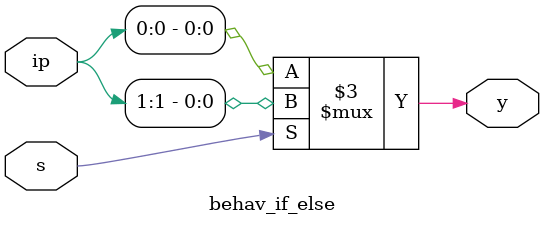
<source format=v>
`timescale 1ns / 1ps


module behav_if_else(ip,s,y);
input s;
input [1:0]ip;
output reg y;

always @(*) begin
    if(s) begin
        y = ip[1];
    end
    else begin
        y = ip[0];
    end
end

endmodule

</source>
